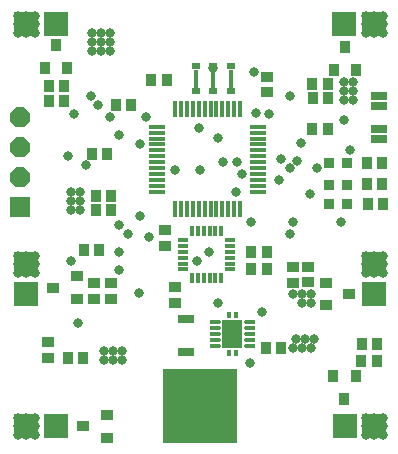
<source format=gts>
G75*
%MOIN*%
%OFA0B0*%
%FSLAX24Y24*%
%IPPOS*%
%LPD*%
%AMOC8*
5,1,8,0,0,1.08239X$1,22.5*
%
%ADD10R,0.0414X0.0336*%
%ADD11R,0.0178X0.0532*%
%ADD12R,0.0532X0.0178*%
%ADD13R,0.0375X0.0375*%
%ADD14R,0.0315X0.0197*%
%ADD15R,0.0157X0.0630*%
%ADD16R,0.0336X0.0414*%
%ADD17R,0.0847X0.0847*%
%ADD18R,0.0150X0.0335*%
%ADD19R,0.0335X0.0150*%
%ADD20R,0.0375X0.0414*%
%ADD21R,0.0414X0.0375*%
%ADD22R,0.0660X0.0660*%
%ADD23OC8,0.0660*%
%ADD24C,0.0138*%
%ADD25R,0.0118X0.0236*%
%ADD26R,0.0669X0.0965*%
%ADD27R,0.0299X0.0138*%
%ADD28R,0.0560X0.0310*%
%ADD29R,0.0532X0.0316*%
%ADD30R,0.2460X0.2460*%
%ADD31C,0.0330*%
D10*
X001793Y003439D03*
X001793Y003951D03*
X003295Y005404D03*
X003295Y005915D03*
X003881Y005920D03*
X003881Y005408D03*
X005690Y007177D03*
X005690Y007689D03*
X006009Y005787D03*
X006009Y005276D03*
X009960Y005944D03*
X010450Y005947D03*
X010450Y006459D03*
X009960Y006455D03*
X009086Y012300D03*
X009086Y012812D03*
D11*
X008181Y011730D03*
X007984Y011730D03*
X007787Y011730D03*
X007590Y011730D03*
X007393Y011730D03*
X007196Y011730D03*
X007000Y011730D03*
X006803Y011730D03*
X006606Y011730D03*
X006409Y011730D03*
X006212Y011730D03*
X006015Y011730D03*
X006015Y008383D03*
X006212Y008383D03*
X006409Y008383D03*
X006606Y008383D03*
X006803Y008383D03*
X007000Y008383D03*
X007196Y008383D03*
X007393Y008383D03*
X007590Y008383D03*
X007787Y008383D03*
X007984Y008383D03*
X008181Y008383D03*
D12*
X008771Y008974D03*
X008771Y009170D03*
X008771Y009367D03*
X008771Y009564D03*
X008771Y009761D03*
X008771Y009958D03*
X008771Y010155D03*
X008771Y010352D03*
X008771Y010548D03*
X008771Y010745D03*
X008771Y010942D03*
X008771Y011139D03*
X005425Y011139D03*
X005425Y010942D03*
X005425Y010745D03*
X005425Y010548D03*
X005425Y010352D03*
X005425Y010155D03*
X005425Y009958D03*
X005425Y009761D03*
X005425Y009564D03*
X005425Y009367D03*
X005425Y009170D03*
X005425Y008974D03*
D13*
X011138Y009198D03*
X011729Y009198D03*
X011746Y008560D03*
X011155Y008560D03*
X011145Y009930D03*
X011736Y009930D03*
D14*
X007879Y012328D03*
X007289Y012328D03*
X006698Y012328D03*
X006698Y013155D03*
X007289Y013155D03*
X007879Y013155D03*
D15*
X007879Y012741D03*
X007289Y012741D03*
X006698Y012741D03*
D16*
X005732Y012686D03*
X005220Y012686D03*
X004543Y011867D03*
X004031Y011867D03*
X003748Y010230D03*
X003236Y010230D03*
X003362Y008833D03*
X003362Y008360D03*
X003874Y008360D03*
X003874Y008833D03*
X003478Y007016D03*
X002967Y007016D03*
X002943Y003442D03*
X002431Y003442D03*
X008552Y006399D03*
X009063Y006399D03*
X009061Y006966D03*
X008549Y006966D03*
X009047Y003760D03*
X009559Y003760D03*
X012229Y003909D03*
X012741Y003909D03*
X012738Y003345D03*
X012226Y003345D03*
X012441Y008560D03*
X012953Y008560D03*
X012925Y009224D03*
X012413Y009224D03*
X012409Y009922D03*
X012921Y009922D03*
X011102Y011063D03*
X010590Y011063D03*
X010594Y012092D03*
X010592Y012567D03*
X011104Y012567D03*
X011105Y012092D03*
X002319Y012007D03*
X002319Y012504D03*
X001807Y012504D03*
X001807Y012007D03*
D17*
X002050Y014550D03*
X001050Y014550D03*
X001050Y006554D03*
X001050Y005549D03*
X001050Y001150D03*
X002050Y001150D03*
X011666Y001150D03*
X012649Y001150D03*
X012650Y005556D03*
X012650Y006553D03*
X012650Y014551D03*
X011645Y014547D03*
D18*
X007555Y007653D03*
X007358Y007653D03*
X007161Y007653D03*
X006964Y007653D03*
X006767Y007653D03*
X006570Y007653D03*
X006570Y006098D03*
X006767Y006098D03*
X006964Y006098D03*
X007161Y006098D03*
X007358Y006098D03*
X007555Y006098D03*
D19*
X007840Y006383D03*
X007840Y006580D03*
X007840Y006777D03*
X007840Y006974D03*
X007840Y007170D03*
X007840Y007367D03*
X006285Y007367D03*
X006285Y007170D03*
X006285Y006974D03*
X006285Y006777D03*
X006285Y006580D03*
X006285Y006383D03*
D20*
X011280Y002835D03*
X012028Y002835D03*
X011654Y002048D03*
X011304Y013022D03*
X012052Y013022D03*
X011678Y013809D03*
X002420Y013088D03*
X001672Y013088D03*
X002046Y013876D03*
D21*
X002735Y006149D03*
X002735Y005401D03*
X001948Y005775D03*
X003729Y001526D03*
X003729Y000778D03*
X002941Y001152D03*
X011036Y005192D03*
X011036Y005940D03*
X011823Y005566D03*
D22*
X000850Y008450D03*
D23*
X000850Y009450D03*
X000850Y010450D03*
X000850Y011450D03*
D24*
X007466Y004619D03*
X007466Y004422D03*
X007466Y004226D03*
X007466Y004029D03*
X007466Y003832D03*
X008383Y003832D03*
X008383Y004029D03*
X008383Y004226D03*
X008383Y004422D03*
X008383Y004619D03*
D25*
X008033Y004865D03*
X007817Y004865D03*
X007817Y003586D03*
X008033Y003586D03*
D26*
X007925Y004226D03*
D27*
X008533Y004226D03*
X008533Y004422D03*
X008533Y004619D03*
X008533Y004029D03*
X008533Y003832D03*
X007317Y003832D03*
X007317Y004029D03*
X007317Y004226D03*
X007317Y004422D03*
X007317Y004619D03*
D28*
X012811Y010714D03*
X012811Y011068D03*
X012811Y011820D03*
X012811Y012174D03*
D29*
X006377Y004724D03*
X006377Y003641D03*
D30*
X006860Y001830D03*
D31*
X000770Y000870D03*
X000770Y001150D03*
X000770Y001430D03*
X001050Y001430D03*
X001050Y001150D03*
X001050Y000870D03*
X001330Y000870D03*
X001330Y001150D03*
X001330Y001430D03*
X003650Y003350D03*
X003650Y003650D03*
X003950Y003650D03*
X003950Y003350D03*
X004250Y003350D03*
X004250Y003650D03*
X002790Y004590D03*
X004140Y006350D03*
X004150Y006950D03*
X004450Y007550D03*
X004150Y007850D03*
X004850Y008150D03*
X005150Y007450D03*
X006730Y006680D03*
X007150Y006950D03*
X008550Y007950D03*
X008050Y008950D03*
X008250Y009550D03*
X008080Y009960D03*
X007620Y009960D03*
X007450Y010750D03*
X006810Y011100D03*
X006840Y009700D03*
X006020Y009690D03*
X004850Y010550D03*
X004150Y010850D03*
X003850Y011450D03*
X003450Y011850D03*
X003200Y012150D03*
X002650Y011550D03*
X002450Y010150D03*
X003050Y009850D03*
X002850Y008950D03*
X002850Y008650D03*
X002850Y008350D03*
X002550Y008350D03*
X002550Y008650D03*
X002550Y008950D03*
X001330Y006830D03*
X001330Y006550D03*
X001330Y006270D03*
X001050Y006270D03*
X001050Y006550D03*
X001050Y006830D03*
X000770Y006830D03*
X000770Y006550D03*
X000770Y006270D03*
X002550Y006650D03*
X004800Y005610D03*
X007450Y005250D03*
X008900Y004950D03*
X009950Y005550D03*
X010250Y005550D03*
X010250Y005250D03*
X010550Y005250D03*
X010550Y005550D03*
X010650Y004050D03*
X010350Y004050D03*
X010050Y004050D03*
X009950Y003750D03*
X010250Y003750D03*
X010550Y003750D03*
X008510Y003250D03*
X009830Y007580D03*
X009950Y007950D03*
X010500Y008900D03*
X010750Y009750D03*
X010090Y010000D03*
X009850Y009750D03*
X009550Y010050D03*
X009470Y009350D03*
X010200Y010590D03*
X009150Y011550D03*
X008710Y011610D03*
X009850Y012150D03*
X008630Y012970D03*
X007280Y013100D03*
X005050Y011450D03*
X003850Y013650D03*
X003850Y013950D03*
X003850Y014250D03*
X003550Y014250D03*
X003550Y013950D03*
X003550Y013650D03*
X003250Y013650D03*
X003250Y013950D03*
X003250Y014250D03*
X001330Y014270D03*
X001330Y014550D03*
X001330Y014830D03*
X001050Y014830D03*
X001050Y014550D03*
X001050Y014270D03*
X000770Y014270D03*
X000770Y014550D03*
X000770Y014830D03*
X011530Y007980D03*
X012370Y006830D03*
X012370Y006550D03*
X012370Y006270D03*
X012650Y006270D03*
X012650Y006550D03*
X012650Y006830D03*
X012930Y006830D03*
X012930Y006550D03*
X012930Y006270D03*
X011830Y010380D03*
X011630Y011380D03*
X011630Y012020D03*
X011630Y012320D03*
X011630Y012620D03*
X011930Y012620D03*
X011930Y012320D03*
X011930Y012020D03*
X012370Y014270D03*
X012370Y014550D03*
X012370Y014830D03*
X012650Y014830D03*
X012650Y014550D03*
X012650Y014270D03*
X012930Y014270D03*
X012930Y014550D03*
X012930Y014830D03*
X012930Y001430D03*
X012930Y001150D03*
X012930Y000870D03*
X012650Y000870D03*
X012650Y001150D03*
X012650Y001430D03*
X012370Y001430D03*
X012370Y001150D03*
X012370Y000870D03*
M02*

</source>
